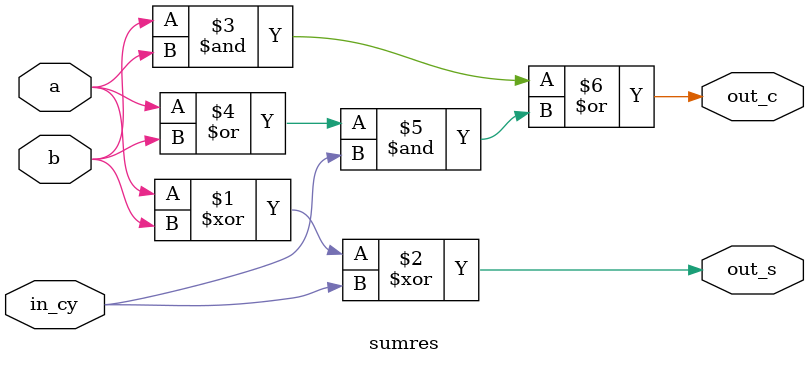
<source format=v>
module top (in_a,in_b,op,clk_in,a,b,c,d,e,f,g,sign0,dis1,dis0);
	input [3:0] in_a;
	input [3:0] in_b;
	input op;
	input clk_in;
	output a,b,c,d,e,f,g,sign0,dis1,dis0;
	wire uno;
	wire [3:0] dos; 
	wire [3:0] tres;
	wire [3:0] cuatro;
	wire [3:0] cinco;
	wire seis;
	
	clk100hz divi(clk_in,seis);
	demux12 demux(1'b1,seis,dis0,dis1);
	full_sumres sum(in_a,in_b,op,uno,dos,sign0);
	bin_2_bcd deco1(uno,dos,tres,cuatro);
	mux21_4bit mux(tres,cuatro,seis,cinco); 
	deco_7seg deco2(cinco,a,b,c,d,e,f,g);
	
endmodule	
module bin_2_bcd (carryout,out,d,u);
  input carryout;
  input [3:0] out;
  output [3:0]d;
  output [3:0]u;
  wire s0;
  wire s1;
  wire s2;
  wire s3;
  assign d[1] = ((carryout & out[2]) | (carryout & out[3]));
  assign s0 = ~ carryout;
  assign s1 = ~ out[3];
  assign s2 = ~ out[2];
  assign s3 = ~ out[1];
  assign d[2]=0;
  assign d[3]=0;
  assign d[0] = ((s0 & out[3] & out[1]) | (s0 & out[3] & out[2]) | (carryout & s1 & s2) | (out[3] & out[1] & out[2]));
  assign u[3] = ((s0 & out[3] & s3 & s2) | (carryout & s1 & out[1] & s2) | (carryout & out[3] & s3 & out[2]));
  assign u[2] = ((s0 & s1 & out[2]) | (s0 & out[1] & out[2]) | (carryout & s3 & s2) | (carryout & out[3] & s2));
  assign u[1] = ((carryout & out[0] & out[1] & out[2]) | (s0 & out[3] & s3 & out[2]) | (carryout & s1 & s3 & s2) | (carryout & out[3] & out[1] & s2) | (s0 & s1 & out[1]) | (s1 & out[1] & out[2]));
  assign u[0] = ((s0 & out[0]) | (s1 & out[0]) | (out[0] & s3) | (out[0] & s2));
endmodule
module deco_7seg ( v, a,b,c,d,e,f,g);
  input [3:0]v;
  output a;
  output b;
  output c;
  output d;
  output e;
  output f;
  output g;
  wire s0;
  wire s1;
  wire s2;
  wire s3;
  assign s2 = ~ v[3];
  assign s1 = ~ v[2];
  assign s0 = ~ v[1];
  assign s3 = ~ v[0];
  assign a = ((v[0] & s0 & s1 & s2) | (s3 & s0 & v[2]));
  assign b = ((v[0] & s0 & v[2]) | (s3 & v[1] & v[2]));
  assign c = (s3 & v[1] & s1);
  assign d = ((v[0] & s0 & s1 & s2) | (s3 & s0 & v[2]) | (v[0] & v[1] & v[2]));
  assign e = (v[0] | (s0 & v[2]));
  assign f = ((v[0] & s1 & s2) | (v[0] & v[1]) | (v[1] & s1));
  assign g = ((v[0] & v[1] & v[2]) | (s0 & s1 & s2));
endmodule

module clk100hz (clk_in,clk_out);
  input clk_in;
  output reg clk_out = 0;
/* count = (clk_in / clk_out) */
/* Ejemplo 1 */
/* count = 25E6 = 25000000 = (25E6 Mhz)/(1 Hz) */
/* SIZE = 2^25 = 33.5E6 lo contiene */
/* Ejemplo 2 */
/* count = (50E6 Mhz)/(1 Hz) = 50E6 = 50000000 */
/* SIZE = 2^26 = 67.5E6 lo contiene */
/* Configuración a 10 Hz */
/* count = (12E6 Mhz)/(10 Hz) = 12E5 = 1200000 */
/* SIZE = 2^21 = 1.049E6 lo contiene */
parameter SIZE = 7; 
parameter LIMIT = 7'd100;
reg [SIZE-1:0] count = 0;
always@(posedge clk_in)
begin
  if(count == LIMIT)
  begin
    count <= 0;
    clk_out <= ~clk_out;
  end
  else
  begin
    count <= count + 1;
  end
end
endmodule

module mux21_4bit (in_si,in_no,sel,sal);
	input [3:0] in_si;
	input [3:0] in_no;
	input sel;
	output [3:0] sal;
		assign sal = sel? in_no:in_si;
endmodule
module demux12 (in, sel ,out_si,out_no);
	input in;
	input sel;
	output out_si;
	output out_no;
	reg [1:0]temp;
	always@(*)	
		begin
			if (sel==1)
				begin
					temp[0]=1;
					temp[1]=0;
				end		
			else
				begin
					temp[1]=1;
					temp[0]=0;
				end		
		end		
	assign out_si=temp[0];
	assign out_no=temp[1];
endmodule	

module full_sumres (in_a,in_b,op,out_cy0,out_s2,sign0);
	input [3:0]in_a;
	input [3:0] in_b;
	input  op;
	output out_cy0;
	output [3:0] out_s2;
	output sign0;
	reg [3:0]temporal;
	reg [3:0]t_a;
	reg [3:0]t_b;
	wire t_cy0;
	reg sign;
	
	always @ (in_a,in_b,op)
		begin
			if (in_a<in_b)
				begin
					if (op==1) 
							sign= 1'b1;
					else 
							sign = 1'b0;
					t_a=in_b;			
					t_b=in_a;
				end	
			else
				begin
					sign= 1'b0;
					t_a=in_a;
					t_b=in_b;
				end
		end			
	
	
	wire cable0;
	wire cable1;
	wire cable2;
	wire [3:0]in_bm; 
	assign sign0=~sign;
	scalarxor ope(t_b,op,in_bm);
	sumres sumres0(t_a[0],in_bm[0],op,out_s2[0],cable0);
	sumres sumres1(t_a[1],in_bm[1],cable0,out_s2[1],cable1);
	sumres sumres2(t_a[2],in_bm[2],cable1,out_s2[2],cable2);
	sumres sumres3(t_a[3],in_bm[3],cable2,out_s2[3],t_cy0);
	assign out_cy0=(~op)&t_cy0;		
endmodule
module scalarxor (
input [3:0]arr, 
input sc,
output [3:0]sxor
);
wire [3:0] sc_m;

assign	sc_m={sc,sc,sc,sc};
assign  sxor =sc_m^arr;

endmodule	 
module sumres (a,b,in_cy,out_s,out_c);
	input a;
	input b;
	input in_cy;
	output out_s;
	output out_c;
	
	assign out_s = ((a ^ b) ^ in_cy);
	assign out_c = ((b & a) | ((a | b) & in_cy));

endmodule

</source>
